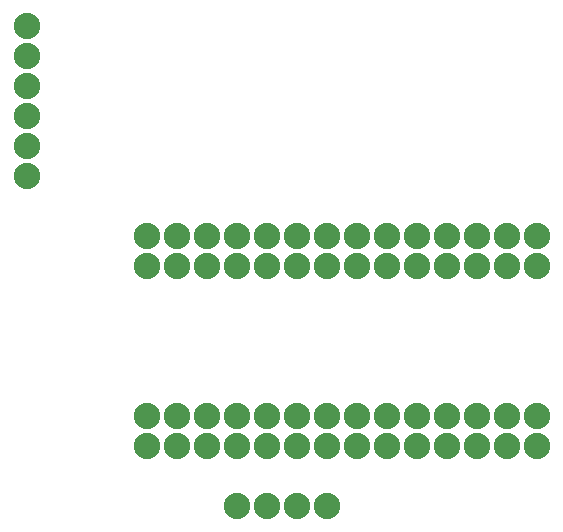
<source format=gbs>
G04 MADE WITH FRITZING*
G04 WWW.FRITZING.ORG*
G04 DOUBLE SIDED*
G04 HOLES PLATED*
G04 CONTOUR ON CENTER OF CONTOUR VECTOR*
%ASAXBY*%
%FSLAX23Y23*%
%MOIN*%
%OFA0B0*%
%SFA1.0B1.0*%
%ADD10C,0.088000*%
%LNMASK0*%
G90*
G70*
G54D10*
X1890Y1000D03*
X1790Y1000D03*
X1690Y1000D03*
X1590Y1000D03*
X1490Y1000D03*
X1390Y1000D03*
X1290Y1000D03*
X1190Y1000D03*
X1090Y1000D03*
X990Y1000D03*
X890Y1000D03*
X790Y1000D03*
X690Y1000D03*
X590Y1000D03*
X1890Y1000D03*
X1790Y1000D03*
X1690Y1000D03*
X1590Y1000D03*
X1490Y1000D03*
X1390Y1000D03*
X1290Y1000D03*
X1190Y1000D03*
X1090Y1000D03*
X990Y1000D03*
X890Y1000D03*
X790Y1000D03*
X690Y1000D03*
X590Y1000D03*
X1890Y900D03*
X1790Y900D03*
X1690Y900D03*
X1590Y900D03*
X1490Y900D03*
X1390Y900D03*
X1290Y900D03*
X1190Y900D03*
X1090Y900D03*
X990Y900D03*
X890Y900D03*
X790Y900D03*
X690Y900D03*
X590Y900D03*
X1890Y900D03*
X1790Y900D03*
X1690Y900D03*
X1590Y900D03*
X1490Y900D03*
X1390Y900D03*
X1290Y900D03*
X1190Y900D03*
X1090Y900D03*
X990Y900D03*
X890Y900D03*
X790Y900D03*
X690Y900D03*
X590Y900D03*
X1890Y1500D03*
X1790Y1500D03*
X1690Y1500D03*
X1590Y1500D03*
X1490Y1500D03*
X1390Y1500D03*
X1290Y1500D03*
X1190Y1500D03*
X1090Y1500D03*
X990Y1500D03*
X890Y1500D03*
X790Y1500D03*
X690Y1500D03*
X590Y1500D03*
X1890Y1500D03*
X1790Y1500D03*
X1690Y1500D03*
X1590Y1500D03*
X1490Y1500D03*
X1390Y1500D03*
X1290Y1500D03*
X1190Y1500D03*
X1090Y1500D03*
X990Y1500D03*
X890Y1500D03*
X790Y1500D03*
X690Y1500D03*
X590Y1500D03*
X1890Y1600D03*
X1790Y1600D03*
X1690Y1600D03*
X1590Y1600D03*
X1490Y1600D03*
X1390Y1600D03*
X1290Y1600D03*
X1190Y1600D03*
X1090Y1600D03*
X990Y1600D03*
X890Y1600D03*
X790Y1600D03*
X690Y1600D03*
X590Y1600D03*
X1890Y1600D03*
X1790Y1600D03*
X1690Y1600D03*
X1590Y1600D03*
X1490Y1600D03*
X1390Y1600D03*
X1290Y1600D03*
X1190Y1600D03*
X1090Y1600D03*
X990Y1600D03*
X890Y1600D03*
X790Y1600D03*
X690Y1600D03*
X590Y1600D03*
X1190Y700D03*
X1090Y700D03*
X990Y700D03*
X890Y700D03*
X1190Y700D03*
X1090Y700D03*
X990Y700D03*
X890Y700D03*
X190Y2300D03*
X190Y2200D03*
X190Y2100D03*
X190Y2000D03*
X190Y1900D03*
X190Y1800D03*
X190Y2300D03*
X190Y2200D03*
X190Y2100D03*
X190Y2000D03*
X190Y1900D03*
X190Y1800D03*
G04 End of Mask0*
M02*
</source>
